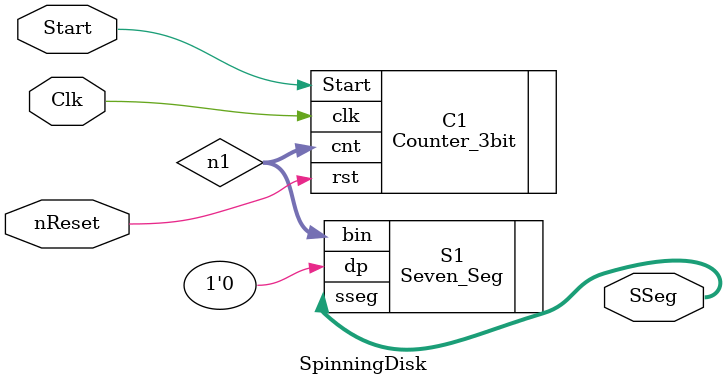
<source format=v>

module SpinningDisk(Clk, nReset, Start, SSeg);

input Clk, nReset, Start;
output [7:0]SSeg;

wire [2:0]n1, n2;

Counter_3bit C1 (.clk(Clk), .rst(nReset), .cnt(n1), .Start(Start));
Seven_Seg 	 S1 (.bin(n1), .dp(1'b0), .sseg(SSeg));




endmodule
</source>
